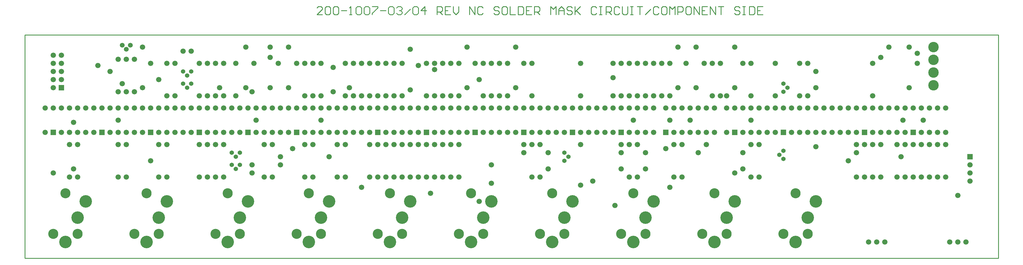
<source format=gbs>
*%FSLAX23Y23*%
*%MOIN*%
G01*
%ADD11C,0.006*%
%ADD12C,0.007*%
%ADD13C,0.008*%
%ADD14C,0.010*%
%ADD15C,0.012*%
%ADD16C,0.020*%
%ADD17C,0.032*%
%ADD18C,0.036*%
%ADD19C,0.050*%
%ADD20C,0.050*%
%ADD21C,0.052*%
%ADD22C,0.054*%
%ADD23C,0.055*%
%ADD24C,0.056*%
%ADD25C,0.059*%
%ADD26C,0.060*%
%ADD27C,0.062*%
%ADD28C,0.066*%
%ADD29C,0.070*%
%ADD30C,0.080*%
%ADD31C,0.090*%
%ADD32C,0.095*%
%ADD33C,0.115*%
%ADD34C,0.120*%
%ADD35C,0.124*%
%ADD36C,0.125*%
%ADD37C,0.129*%
%ADD38C,0.150*%
%ADD39C,0.154*%
%ADD40R,0.062X0.062*%
%ADD41R,0.066X0.066*%
D14*
X7418Y9589D02*
X7485D01*
X7418D02*
X7485Y9656D01*
Y9672D01*
X7468Y9689D01*
X7435D01*
X7418Y9672D01*
X7518D02*
X7535Y9689D01*
X7568D01*
X7585Y9672D01*
Y9606D01*
X7568Y9589D01*
X7535D01*
X7518Y9606D01*
Y9672D01*
X7618D02*
X7635Y9689D01*
X7668D01*
X7685Y9672D01*
Y9606D01*
X7668Y9589D01*
X7635D01*
X7618Y9606D01*
Y9672D01*
X7718Y9639D02*
X7785D01*
X7818Y9589D02*
X7851D01*
X7835D01*
Y9689D01*
X7836D01*
X7835D02*
X7818Y9672D01*
X7901D02*
X7918Y9689D01*
X7951D01*
X7968Y9672D01*
Y9606D01*
X7951Y9589D01*
X7918D01*
X7901Y9606D01*
Y9672D01*
X8001D02*
X8018Y9689D01*
X8051D01*
X8068Y9672D01*
Y9606D01*
X8051Y9589D01*
X8018D01*
X8001Y9606D01*
Y9672D01*
X8101Y9689D02*
X8168D01*
Y9672D01*
X8101Y9606D01*
Y9589D01*
X8201Y9639D02*
X8268D01*
X8301Y9672D02*
X8318Y9689D01*
X8351D01*
X8368Y9672D01*
Y9606D01*
X8351Y9589D01*
X8318D01*
X8301Y9606D01*
Y9672D01*
X8401D02*
X8418Y9689D01*
X8451D01*
X8468Y9672D01*
Y9656D01*
X8469D01*
X8468D02*
X8469D01*
X8468D02*
X8469D01*
X8468D02*
X8451Y9639D01*
X8434D01*
X8451D01*
X8468Y9622D01*
Y9606D01*
X8451Y9589D01*
X8418D01*
X8401Y9606D01*
X8501Y9589D02*
X8568Y9656D01*
X8601Y9672D02*
X8618Y9689D01*
X8651D01*
X8668Y9672D01*
Y9606D01*
X8651Y9589D01*
X8618D01*
X8601Y9606D01*
Y9672D01*
X8751Y9689D02*
Y9589D01*
X8701Y9639D02*
X8751Y9689D01*
X8768Y9639D02*
X8701D01*
X8901Y9589D02*
Y9689D01*
X8951D01*
X8967Y9672D01*
Y9639D01*
X8951Y9622D01*
X8901D01*
X8934D02*
X8967Y9589D01*
X9001Y9689D02*
X9067D01*
X9001D02*
Y9589D01*
X9067D01*
X9034Y9639D02*
X9001D01*
X9101Y9622D02*
Y9689D01*
Y9622D02*
X9134Y9589D01*
X9167Y9622D01*
Y9689D01*
X9301D02*
Y9589D01*
X9367D02*
X9301Y9689D01*
X9367D02*
Y9589D01*
X9467Y9672D02*
X9451Y9689D01*
X9417D01*
X9401Y9672D01*
Y9606D01*
X9417Y9589D01*
X9451D01*
X9467Y9606D01*
X9651Y9689D02*
X9667Y9672D01*
X9651Y9689D02*
X9617D01*
X9601Y9672D01*
Y9656D01*
X9617Y9639D01*
X9651D01*
X9667Y9622D01*
Y9606D01*
X9651Y9589D01*
X9617D01*
X9601Y9606D01*
X9717Y9689D02*
X9751D01*
X9717D02*
X9701Y9672D01*
Y9606D01*
X9717Y9589D01*
X9751D01*
X9767Y9606D01*
Y9672D01*
X9751Y9689D01*
X9801D02*
Y9589D01*
X9867D01*
X9901D02*
Y9689D01*
Y9589D02*
X9951D01*
X9967Y9606D01*
Y9672D01*
X9951Y9689D01*
X9901D01*
X10000D02*
X10067D01*
X10000D02*
Y9589D01*
X10067D01*
X10034Y9639D02*
X10000D01*
X10100Y9589D02*
Y9689D01*
X10150D01*
X10167Y9672D01*
Y9639D01*
X10150Y9622D01*
X10100D01*
X10134D02*
X10167Y9589D01*
X10300D02*
Y9689D01*
X10334Y9656D01*
X10367Y9689D01*
Y9589D01*
X10400D02*
Y9656D01*
X10434Y9689D01*
X10467Y9656D01*
Y9589D01*
Y9639D01*
X10400D01*
X10550Y9689D02*
X10567Y9672D01*
X10550Y9689D02*
X10517D01*
X10500Y9672D01*
Y9656D01*
X10517Y9639D01*
X10550D01*
X10567Y9622D01*
Y9606D01*
X10550Y9589D01*
X10517D01*
X10500Y9606D01*
X10600Y9589D02*
Y9689D01*
Y9622D02*
Y9589D01*
Y9622D02*
X10667Y9689D01*
X10617Y9639D01*
X10667Y9589D01*
X10850Y9689D02*
X10867Y9672D01*
X10850Y9689D02*
X10817D01*
X10800Y9672D01*
Y9606D01*
X10817Y9589D01*
X10850D01*
X10867Y9606D01*
X10900Y9689D02*
X10934D01*
X10917D01*
Y9589D01*
X10900D01*
X10934D01*
X10984D02*
Y9689D01*
X11033D01*
X11050Y9672D01*
Y9639D01*
X11033Y9622D01*
X10984D01*
X11017D02*
X11050Y9589D01*
X11150Y9672D02*
X11133Y9689D01*
X11100D01*
X11083Y9672D01*
Y9606D01*
X11100Y9589D01*
X11133D01*
X11150Y9606D01*
X11183D02*
Y9689D01*
Y9606D02*
X11200Y9589D01*
X11233D01*
X11250Y9606D01*
Y9689D01*
X11283D02*
X11317D01*
X11300D01*
Y9589D01*
X11283D01*
X11317D01*
X11367Y9689D02*
X11433D01*
X11400D01*
Y9589D01*
X11467D02*
X11533Y9656D01*
X11617Y9689D02*
X11633Y9672D01*
X11617Y9689D02*
X11583D01*
X11567Y9672D01*
Y9606D01*
X11583Y9589D01*
X11617D01*
X11633Y9606D01*
X11683Y9689D02*
X11717D01*
X11683D02*
X11667Y9672D01*
Y9606D01*
X11683Y9589D01*
X11717D01*
X11733Y9606D01*
Y9672D01*
X11717Y9689D01*
X11767D02*
Y9589D01*
X11800Y9656D02*
X11767Y9689D01*
X11800Y9656D02*
X11833Y9689D01*
Y9589D01*
X11867D02*
Y9689D01*
X11917D01*
X11933Y9672D01*
Y9639D01*
X11917Y9622D01*
X11867D01*
X11983Y9689D02*
X12017D01*
X11983D02*
X11967Y9672D01*
Y9606D01*
X11983Y9589D01*
X12017D01*
X12033Y9606D01*
Y9672D01*
X12017Y9689D01*
X12066D02*
Y9589D01*
X12133D02*
X12066Y9689D01*
X12133D02*
Y9589D01*
X12166Y9689D02*
X12233D01*
X12166D02*
Y9589D01*
X12233D01*
X12200Y9639D02*
X12166D01*
X12266Y9589D02*
Y9689D01*
X12333Y9589D01*
Y9689D01*
X12366D02*
X12433D01*
X12400D01*
Y9589D01*
X12616Y9689D02*
X12633Y9672D01*
X12616Y9689D02*
X12583D01*
X12566Y9672D01*
Y9656D01*
X12583Y9639D01*
X12616D01*
X12633Y9622D01*
Y9606D01*
X12616Y9589D01*
X12583D01*
X12566Y9606D01*
X12666Y9689D02*
X12700D01*
X12683D01*
Y9589D01*
X12666D01*
X12700D01*
X12750D02*
Y9689D01*
Y9589D02*
X12800D01*
X12816Y9606D01*
Y9672D01*
X12800Y9689D01*
X12750D01*
X12850D02*
X12916D01*
X12850D02*
Y9589D01*
X12916D01*
X12883Y9639D02*
X12850D01*
X15818Y6589D02*
X3818D01*
Y9339D02*
X15818D01*
Y6589D01*
X3818D02*
Y9339D01*
D22*
X13118Y7864D02*
D03*
X13168Y7814D02*
D03*
Y7914D02*
D03*
X13218Y8689D02*
D03*
X13168Y8739D02*
D03*
Y8639D02*
D03*
X10468Y7889D02*
D03*
X10518Y7839D02*
D03*
X10468Y7789D02*
D03*
X6418Y7839D02*
D03*
X6468Y7889D02*
D03*
X6368D02*
D03*
X6418Y7689D02*
D03*
X6468Y7739D02*
D03*
X6368D02*
D03*
X5818Y8839D02*
D03*
X5868Y8889D02*
D03*
X5768D02*
D03*
X5818Y8689D02*
D03*
X5868Y8739D02*
D03*
X5768D02*
D03*
D25*
X5018Y9214D02*
D03*
X5068Y9164D02*
D03*
X5118Y9214D02*
D03*
D28*
X15318Y7364D02*
D03*
X14818Y9114D02*
D03*
X14893Y8289D02*
D03*
X14618Y7839D02*
D03*
X14643Y8289D02*
D03*
X14468Y9189D02*
D03*
X14368Y9064D02*
D03*
X14068Y7889D02*
D03*
X13968Y7789D02*
D03*
X13568Y7964D02*
D03*
X12768Y8289D02*
D03*
X12468Y8589D02*
D03*
X12568Y7639D02*
D03*
X12218Y7989D02*
D03*
X12118Y7889D02*
D03*
X12018Y8289D02*
D03*
X11768Y7464D02*
D03*
Y8289D02*
D03*
X11718Y7939D02*
D03*
X11318Y8289D02*
D03*
X11068Y8814D02*
D03*
X11093Y7239D02*
D03*
X11168Y7689D02*
D03*
X10818Y7539D02*
D03*
X9568Y7739D02*
D03*
Y7514D02*
D03*
X9418Y8789D02*
D03*
Y7289D02*
D03*
X8868Y8914D02*
D03*
X8818Y7389D02*
D03*
X7968Y7464D02*
D03*
X7818Y8689D02*
D03*
X7568Y7839D02*
D03*
X7468Y8289D02*
D03*
X7118Y7939D02*
D03*
X6843Y9064D02*
D03*
X6618Y8639D02*
D03*
X6668Y8289D02*
D03*
X6218Y8689D02*
D03*
X5468Y8789D02*
D03*
X5368Y7789D02*
D03*
X5018Y8739D02*
D03*
X4868Y8889D02*
D03*
X4968Y8289D02*
D03*
X4718Y8964D02*
D03*
X4418Y8264D02*
D03*
Y7689D02*
D03*
X4168Y7639D02*
D03*
X15468Y7539D02*
D03*
Y7639D02*
D03*
Y7739D02*
D03*
X15318Y6789D02*
D03*
X15218D02*
D03*
X15418D02*
D03*
X14818Y8989D02*
D03*
X14718Y8689D02*
D03*
Y9189D02*
D03*
X13968Y8439D02*
D03*
Y8139D02*
D03*
X14168Y8439D02*
D03*
X14268D02*
D03*
X14368D02*
D03*
X14468D02*
D03*
Y8139D02*
D03*
X14368D02*
D03*
X14268D02*
D03*
X14568Y8439D02*
D03*
Y8139D02*
D03*
X14068D02*
D03*
Y8439D02*
D03*
X14268Y7989D02*
D03*
Y7589D02*
D03*
X14168Y7989D02*
D03*
Y7589D02*
D03*
X14368Y7989D02*
D03*
Y7589D02*
D03*
X14068Y7989D02*
D03*
Y7589D02*
D03*
X14268Y8989D02*
D03*
Y8589D02*
D03*
X14768Y8439D02*
D03*
X14868D02*
D03*
X14968D02*
D03*
X15068D02*
D03*
Y8139D02*
D03*
X14968D02*
D03*
X14868D02*
D03*
X14668D02*
D03*
Y8439D02*
D03*
X15168D02*
D03*
Y8139D02*
D03*
X15068Y7989D02*
D03*
Y7589D02*
D03*
X15168D02*
D03*
Y7989D02*
D03*
X14968D02*
D03*
Y7589D02*
D03*
X14868Y7989D02*
D03*
Y7589D02*
D03*
X14768D02*
D03*
Y7989D02*
D03*
X14668Y7589D02*
D03*
Y7989D02*
D03*
X14568D02*
D03*
Y7589D02*
D03*
X14318Y6789D02*
D03*
X14218D02*
D03*
X14418D02*
D03*
X13068Y8589D02*
D03*
Y8989D02*
D03*
X12293Y8589D02*
D03*
Y8989D02*
D03*
X12668D02*
D03*
X12568Y8689D02*
D03*
Y9189D02*
D03*
X13568Y8889D02*
D03*
Y8689D02*
D03*
X13368Y8589D02*
D03*
Y8989D02*
D03*
X12393D02*
D03*
Y8589D02*
D03*
X12468Y8139D02*
D03*
Y8439D02*
D03*
X12568D02*
D03*
X12668D02*
D03*
X12768D02*
D03*
X12868D02*
D03*
Y8139D02*
D03*
X12768D02*
D03*
X12668D02*
D03*
X12968Y8439D02*
D03*
Y8139D02*
D03*
X12768Y8989D02*
D03*
Y8589D02*
D03*
Y7989D02*
D03*
Y7589D02*
D03*
X12868Y7989D02*
D03*
Y7589D02*
D03*
X12668Y7689D02*
D03*
Y7889D02*
D03*
X13168Y8439D02*
D03*
X13268D02*
D03*
X13368D02*
D03*
X13468D02*
D03*
X13568D02*
D03*
X13668D02*
D03*
X13768D02*
D03*
X13868D02*
D03*
Y8139D02*
D03*
X13768D02*
D03*
X13668D02*
D03*
X13568D02*
D03*
X13468D02*
D03*
X13368D02*
D03*
X13268D02*
D03*
X13068D02*
D03*
Y8439D02*
D03*
X13468Y8989D02*
D03*
Y8589D02*
D03*
X12193Y8989D02*
D03*
X12093Y8689D02*
D03*
Y9189D02*
D03*
X11268Y8589D02*
D03*
Y8989D02*
D03*
X11168Y8589D02*
D03*
Y8989D02*
D03*
X11068Y8589D02*
D03*
Y8989D02*
D03*
X11368Y8589D02*
D03*
Y8989D02*
D03*
X11468Y8589D02*
D03*
Y8989D02*
D03*
X11568Y8589D02*
D03*
Y8989D02*
D03*
X11968D02*
D03*
X11868Y8689D02*
D03*
Y9189D02*
D03*
X11168Y8439D02*
D03*
X11268D02*
D03*
X11368D02*
D03*
X11468D02*
D03*
Y8139D02*
D03*
X11368D02*
D03*
X11268D02*
D03*
X11668Y8989D02*
D03*
Y8589D02*
D03*
X11768Y8989D02*
D03*
Y8589D02*
D03*
X11568Y8439D02*
D03*
Y8139D02*
D03*
X11068D02*
D03*
Y8439D02*
D03*
X11718D02*
D03*
X11818D02*
D03*
X11918D02*
D03*
X12018D02*
D03*
X12118D02*
D03*
X12218D02*
D03*
X12318D02*
D03*
Y8139D02*
D03*
X12218D02*
D03*
X12118D02*
D03*
X12018D02*
D03*
X11918D02*
D03*
X11818D02*
D03*
X11268Y7989D02*
D03*
Y7589D02*
D03*
X11368Y7989D02*
D03*
Y7589D02*
D03*
X11468Y7689D02*
D03*
Y7889D02*
D03*
X11168D02*
D03*
Y7989D02*
D03*
X11918Y7589D02*
D03*
Y7989D02*
D03*
X11818Y7589D02*
D03*
Y7989D02*
D03*
X10968Y8439D02*
D03*
Y8139D02*
D03*
X10668Y8989D02*
D03*
Y8589D02*
D03*
Y7489D02*
D03*
Y7989D02*
D03*
X9068Y8589D02*
D03*
Y8989D02*
D03*
X9168Y8589D02*
D03*
Y8989D02*
D03*
X9368D02*
D03*
X9268Y8689D02*
D03*
Y9189D02*
D03*
X9968Y8989D02*
D03*
X9868Y8689D02*
D03*
Y9189D02*
D03*
X9768Y8589D02*
D03*
Y8989D02*
D03*
X9668Y8589D02*
D03*
Y8989D02*
D03*
X9568Y8589D02*
D03*
Y8989D02*
D03*
X10568Y8439D02*
D03*
X10668D02*
D03*
X10768D02*
D03*
X10868D02*
D03*
Y8139D02*
D03*
X10768D02*
D03*
X10668D02*
D03*
X10468D02*
D03*
Y8439D02*
D03*
X10368D02*
D03*
Y8139D02*
D03*
X9968Y8439D02*
D03*
X10068D02*
D03*
X10168D02*
D03*
X10268D02*
D03*
Y8139D02*
D03*
X10168D02*
D03*
X10068D02*
D03*
X9868D02*
D03*
Y8439D02*
D03*
X10068Y7989D02*
D03*
Y7589D02*
D03*
X10168Y7989D02*
D03*
Y7589D02*
D03*
X10268Y7689D02*
D03*
Y7889D02*
D03*
X10068Y8989D02*
D03*
Y8589D02*
D03*
X9968Y7989D02*
D03*
Y7889D02*
D03*
X9368Y8439D02*
D03*
X9468D02*
D03*
X9568D02*
D03*
X9668D02*
D03*
Y8139D02*
D03*
X9568D02*
D03*
X9468D02*
D03*
X9268D02*
D03*
Y8439D02*
D03*
X9768D02*
D03*
Y8139D02*
D03*
X9168Y8439D02*
D03*
Y8139D02*
D03*
X9068Y7989D02*
D03*
Y7589D02*
D03*
X9468Y8989D02*
D03*
Y8589D02*
D03*
X9168Y7989D02*
D03*
Y7589D02*
D03*
X8868Y8589D02*
D03*
Y8989D02*
D03*
X8968Y8589D02*
D03*
Y8989D02*
D03*
X8368Y8589D02*
D03*
Y8989D02*
D03*
X8468Y8589D02*
D03*
Y8989D02*
D03*
X8168D02*
D03*
Y8589D02*
D03*
X8068Y8989D02*
D03*
Y8589D02*
D03*
X7968D02*
D03*
Y8989D02*
D03*
X7768Y8589D02*
D03*
Y8989D02*
D03*
X8668Y8964D02*
D03*
X8568Y8664D02*
D03*
Y9164D02*
D03*
X7618Y8639D02*
D03*
Y8939D02*
D03*
X8768Y8439D02*
D03*
X8868D02*
D03*
X8968D02*
D03*
X9068D02*
D03*
Y8139D02*
D03*
X8968D02*
D03*
X8868D02*
D03*
X8668D02*
D03*
Y8439D02*
D03*
X8768Y7589D02*
D03*
Y7989D02*
D03*
X8668D02*
D03*
Y7589D02*
D03*
X8868D02*
D03*
Y7989D02*
D03*
X8968Y7589D02*
D03*
Y7989D02*
D03*
X8768Y8989D02*
D03*
Y8589D02*
D03*
X8568Y8439D02*
D03*
Y8139D02*
D03*
X8168Y8439D02*
D03*
X8268D02*
D03*
X8368D02*
D03*
X8468D02*
D03*
Y8139D02*
D03*
X8368D02*
D03*
X8268D02*
D03*
X8068D02*
D03*
Y8439D02*
D03*
X8268Y7989D02*
D03*
Y7589D02*
D03*
X8368Y7989D02*
D03*
Y7589D02*
D03*
X8468Y7989D02*
D03*
Y7589D02*
D03*
X8568Y7989D02*
D03*
Y7589D02*
D03*
X8168Y7989D02*
D03*
Y7589D02*
D03*
X8068Y7989D02*
D03*
Y7589D02*
D03*
X8268Y8989D02*
D03*
Y8589D02*
D03*
X7968Y8439D02*
D03*
Y8139D02*
D03*
X7768Y7589D02*
D03*
Y7989D02*
D03*
X7868Y8989D02*
D03*
Y8589D02*
D03*
X7668Y7989D02*
D03*
Y7589D02*
D03*
X6543Y9189D02*
D03*
Y8689D02*
D03*
X6643Y8989D02*
D03*
X6943D02*
D03*
X6843Y8689D02*
D03*
Y9189D02*
D03*
X7168Y8989D02*
D03*
X7068Y8689D02*
D03*
Y9189D02*
D03*
X7268Y8589D02*
D03*
Y8989D02*
D03*
X6418Y8589D02*
D03*
Y8989D02*
D03*
X7168Y8439D02*
D03*
X7268D02*
D03*
X7368D02*
D03*
X7468D02*
D03*
X7568D02*
D03*
X7668D02*
D03*
X7768D02*
D03*
X7868D02*
D03*
Y8139D02*
D03*
X7768D02*
D03*
X7668D02*
D03*
X7568D02*
D03*
X7468D02*
D03*
X7368D02*
D03*
X7268D02*
D03*
X7368Y8989D02*
D03*
Y8589D02*
D03*
X7468Y8989D02*
D03*
Y8589D02*
D03*
X7068Y8139D02*
D03*
Y8439D02*
D03*
X7268Y7989D02*
D03*
Y7589D02*
D03*
X7368D02*
D03*
Y7989D02*
D03*
X6568Y8439D02*
D03*
X6668D02*
D03*
X6768D02*
D03*
X6868D02*
D03*
Y8139D02*
D03*
X6768D02*
D03*
X6668D02*
D03*
X6468D02*
D03*
Y8439D02*
D03*
X6968D02*
D03*
Y8139D02*
D03*
X6368Y8439D02*
D03*
Y8139D02*
D03*
X5968Y8439D02*
D03*
X6068D02*
D03*
X6168D02*
D03*
X6268D02*
D03*
Y8139D02*
D03*
X6168D02*
D03*
X6068D02*
D03*
Y8989D02*
D03*
Y8589D02*
D03*
X5968Y8989D02*
D03*
Y8589D02*
D03*
X6168Y8989D02*
D03*
Y8589D02*
D03*
X6268Y8989D02*
D03*
Y8589D02*
D03*
X5968Y7589D02*
D03*
Y7989D02*
D03*
X6168D02*
D03*
Y7589D02*
D03*
X6068D02*
D03*
Y7989D02*
D03*
X6268D02*
D03*
Y7589D02*
D03*
X6968Y7739D02*
D03*
Y7839D02*
D03*
X6868Y7989D02*
D03*
Y7589D02*
D03*
X6768Y7989D02*
D03*
Y7589D02*
D03*
X6618Y7639D02*
D03*
Y7739D02*
D03*
X5568Y8589D02*
D03*
Y8989D02*
D03*
X5768Y9139D02*
D03*
X5868D02*
D03*
X5368Y8989D02*
D03*
X5268Y8689D02*
D03*
Y9189D02*
D03*
X5068Y8639D02*
D03*
Y9039D02*
D03*
X4468Y7989D02*
D03*
Y7589D02*
D03*
X4968Y7989D02*
D03*
Y7589D02*
D03*
X5068Y7989D02*
D03*
Y7589D02*
D03*
X5868Y8139D02*
D03*
Y8439D02*
D03*
X5768D02*
D03*
Y8139D02*
D03*
X5368Y8439D02*
D03*
X5468D02*
D03*
X5568D02*
D03*
X5668D02*
D03*
Y8139D02*
D03*
X5568D02*
D03*
X5468D02*
D03*
X5268D02*
D03*
Y8439D02*
D03*
X5568Y7589D02*
D03*
Y7989D02*
D03*
X5468D02*
D03*
Y7589D02*
D03*
X5668Y8989D02*
D03*
Y8589D02*
D03*
X5168Y9039D02*
D03*
Y8639D02*
D03*
X4968Y9039D02*
D03*
Y8639D02*
D03*
X5168Y8439D02*
D03*
Y8139D02*
D03*
X4568Y8439D02*
D03*
Y8139D02*
D03*
X4668D02*
D03*
Y8439D02*
D03*
X4768D02*
D03*
X4868D02*
D03*
X4968D02*
D03*
X5068D02*
D03*
Y8139D02*
D03*
X4968D02*
D03*
X4868D02*
D03*
X4368Y7989D02*
D03*
Y7589D02*
D03*
X4168Y8439D02*
D03*
X4268D02*
D03*
X4368D02*
D03*
X4468D02*
D03*
Y8139D02*
D03*
X4368D02*
D03*
X4268D02*
D03*
X4168Y8689D02*
D03*
X4268Y8789D02*
D03*
X4168D02*
D03*
X4268Y8889D02*
D03*
X4168D02*
D03*
X4268Y8989D02*
D03*
X4168D02*
D03*
X4268Y9089D02*
D03*
X4168D02*
D03*
X4068Y8139D02*
D03*
Y8439D02*
D03*
D35*
X12318Y7389D02*
D03*
X12468Y6889D02*
D03*
X12168D02*
D03*
X13318Y7389D02*
D03*
X13468Y6889D02*
D03*
X13168D02*
D03*
X11318Y7389D02*
D03*
X11468Y6889D02*
D03*
X11168D02*
D03*
X10318Y7389D02*
D03*
X10468Y6889D02*
D03*
X10168D02*
D03*
X9318Y7389D02*
D03*
X9468Y6889D02*
D03*
X9168D02*
D03*
X8318Y7389D02*
D03*
X8468Y6889D02*
D03*
X8168D02*
D03*
X6318Y7389D02*
D03*
X6468Y6889D02*
D03*
X6168D02*
D03*
X7318Y7389D02*
D03*
X7468Y6889D02*
D03*
X7168D02*
D03*
X5318Y7389D02*
D03*
X5468Y6889D02*
D03*
X5168D02*
D03*
X4318Y7389D02*
D03*
X4468Y6889D02*
D03*
X4168D02*
D03*
D37*
X15018Y9189D02*
D03*
Y8721D02*
D03*
Y8877D02*
D03*
Y9033D02*
D03*
D39*
X12318Y6789D02*
D03*
X12468Y7089D02*
D03*
X12568Y7289D02*
D03*
X13318Y6789D02*
D03*
X13468Y7089D02*
D03*
X13568Y7289D02*
D03*
X11318Y6789D02*
D03*
X11468Y7089D02*
D03*
X11568Y7289D02*
D03*
X10318Y6789D02*
D03*
X10468Y7089D02*
D03*
X10568Y7289D02*
D03*
X9318Y6789D02*
D03*
X9468Y7089D02*
D03*
X9568Y7289D02*
D03*
X8318Y6789D02*
D03*
X8468Y7089D02*
D03*
X8568Y7289D02*
D03*
X6318Y6789D02*
D03*
X6468Y7089D02*
D03*
X6568Y7289D02*
D03*
X7318Y6789D02*
D03*
X7468Y7089D02*
D03*
X7568Y7289D02*
D03*
X5318Y6789D02*
D03*
X5468Y7089D02*
D03*
X5568Y7289D02*
D03*
X4318Y6789D02*
D03*
X4468Y7089D02*
D03*
X4568Y7289D02*
D03*
D41*
X15468Y7839D02*
D03*
X14168Y8139D02*
D03*
X14768D02*
D03*
X12568D02*
D03*
X13168D02*
D03*
X11168D02*
D03*
X11718D02*
D03*
X10568D02*
D03*
X9968D02*
D03*
X9368D02*
D03*
X8768D02*
D03*
X8168D02*
D03*
X7168D02*
D03*
X6568D02*
D03*
X5968D02*
D03*
X5368D02*
D03*
X4768D02*
D03*
X4168D02*
D03*
X4268Y8689D02*
D03*
M02*

</source>
